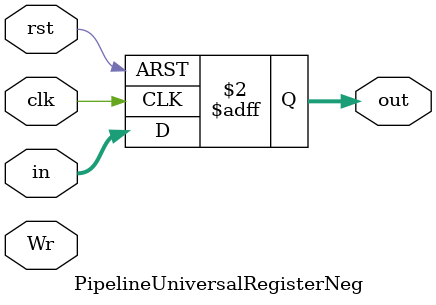
<source format=v>
module PipelineUniversalRegister #(parameter WIDTH = 32)(clk, rst, Wr, in, out);
            
   input                clk;
   input                rst;
   input                Wr; 
   input  [WIDTH-1 : 0] in;
   output [WIDTH-1 : 0] out;

   reg [WIDTH-1 : 0] out;
               
   always @(posedge clk or posedge rst) begin
      if ( rst ) begin
         out = 0;
      end
      else// if (Wr)
         out <= in;
   end
   
endmodule


module PipelineUniversalRegisterNeg #(parameter WIDTH = 32)(clk, rst, Wr, in, out);
            
   input                clk;
   input                rst;
   input                Wr; 
   input  [WIDTH-1 : 0] in;
   output [WIDTH-1 : 0] out;

   reg [WIDTH-1 : 0] out;
               
   always @(negedge clk or posedge rst) begin
      if ( rst ) begin
         out = 0;
      end
      else// if (Wr)
         out <= in;
   end
   
endmodule

</source>
